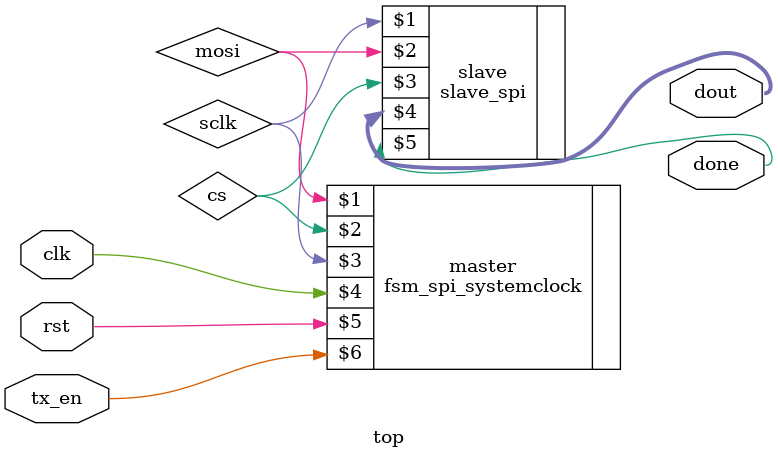
<source format=v>
module top(clk,rst,tx_en,dout,done);
input clk,rst,tx_en;
output [7:0] dout;
output done;

wire mosi,sclk,cs;

fsm_spi_systemclock master(mosi,cs,sclk,clk,rst,tx_en);
slave_spi slave(sclk,mosi,cs,dout,done);
endmodule
</source>
